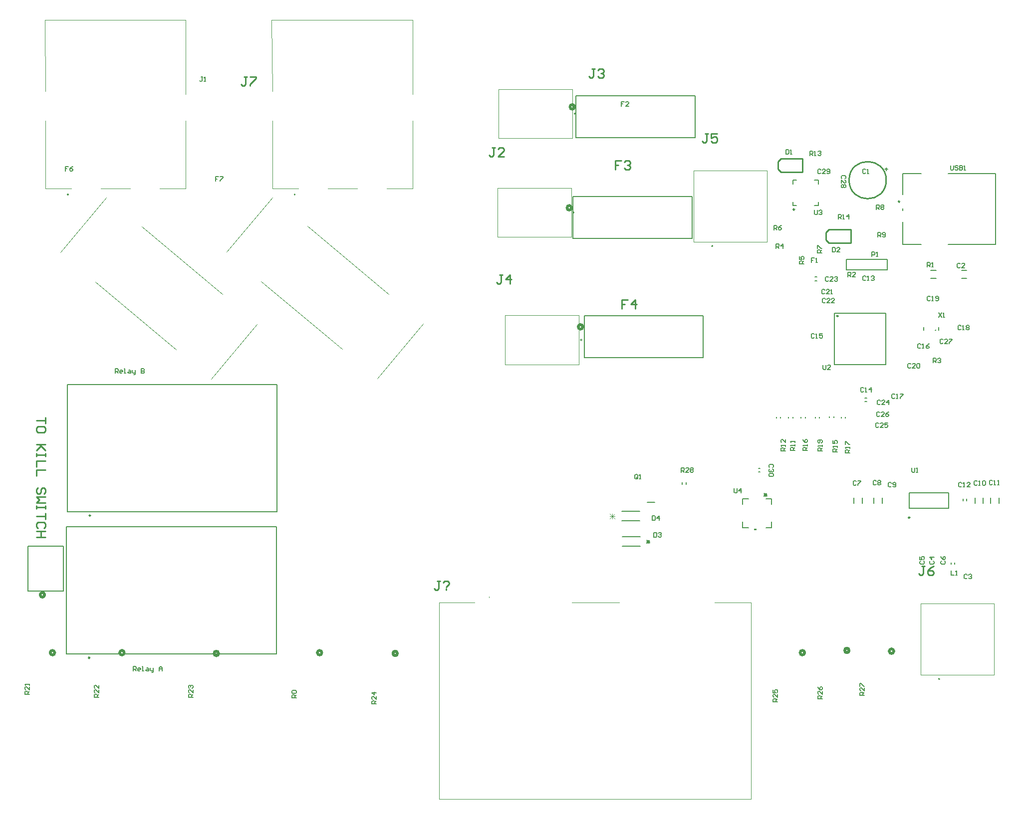
<source format=gto>
G04*
G04 #@! TF.GenerationSoftware,Altium Limited,Altium Designer,18.1.7 (191)*
G04*
G04 Layer_Color=65535*
%FSLAX25Y25*%
%MOIN*%
G70*
G01*
G75*
%ADD10C,0.00787*%
%ADD11C,0.02000*%
%ADD12C,0.00984*%
%ADD13C,0.01000*%
%ADD14C,0.00394*%
%ADD15C,0.00600*%
%ADD16C,0.00300*%
%ADD17C,0.00500*%
G36*
X568798Y424551D02*
Y423551D01*
X567298D01*
Y424551D01*
X568798D01*
D02*
G37*
D10*
X539657Y613587D02*
G03*
X538870Y613587I-394J0D01*
G01*
D02*
G03*
X539657Y613587I394J0D01*
G01*
X390410Y378921D02*
G03*
X390410Y378528I0J-197D01*
G01*
D02*
G03*
X390410Y378921I0J197D01*
G01*
D02*
G03*
X390410Y378528I0J-197D01*
G01*
X259961Y647945D02*
G03*
X260748Y647945I394J0D01*
G01*
D02*
G03*
X259961Y647945I-394J0D01*
G01*
X690370Y324205D02*
G03*
X691157Y324205I394J0D01*
G01*
D02*
G03*
X690370Y324205I-394J0D01*
G01*
X447402Y702394D02*
G03*
X447402Y701606I0J-394D01*
G01*
D02*
G03*
X447402Y702394I0J394D01*
G01*
X446681Y636394D02*
G03*
X446681Y635606I0J-394D01*
G01*
D02*
G03*
X446681Y636394I0J394D01*
G01*
X451681Y551185D02*
G03*
X451681Y550398I0J-394D01*
G01*
D02*
G03*
X451681Y551185I0J394D01*
G01*
X109260Y647945D02*
G03*
X108473Y647945I-394J0D01*
G01*
D02*
G03*
X109260Y647945I394J0D01*
G01*
X607909Y590220D02*
X609091D01*
X607909Y592780D02*
X609091D01*
X495681Y442310D02*
X500799D01*
X521878Y454165D02*
Y455740D01*
X519122Y454165D02*
Y455740D01*
X670811Y438382D02*
X697189D01*
X670811Y448618D02*
X697189D01*
X670811Y438382D02*
Y448618D01*
X697189Y438382D02*
Y448618D01*
X570017Y462532D02*
X571198D01*
X570017Y465091D02*
X571198D01*
X641201Y512047D02*
X642382D01*
X641201Y509488D02*
X642382D01*
X701279Y400910D02*
Y402091D01*
X698721Y400910D02*
Y402091D01*
X656043Y597500D02*
Y604586D01*
X628957D02*
X656043D01*
X628957Y597500D02*
Y604586D01*
Y597500D02*
X656043D01*
X620925Y534275D02*
Y568527D01*
X655177Y534275D02*
Y568527D01*
X620925D02*
X655177D01*
X620925Y534275D02*
X655177D01*
X593197Y640559D02*
X595657D01*
X593197D02*
Y643019D01*
Y655027D02*
Y657488D01*
X595657D01*
X607665D02*
X610126D01*
Y655027D02*
Y657488D01*
X607665Y640559D02*
X610126D01*
Y643019D01*
X709280Y443409D02*
Y444591D01*
X706720Y443409D02*
Y444591D01*
X730756Y441728D02*
Y445272D01*
X725244Y441728D02*
Y445272D01*
X696945Y662043D02*
X728362D01*
Y614641D02*
Y662043D01*
X696945Y614641D02*
X728362D01*
X666512D02*
X678835D01*
X666512Y662043D02*
X678835D01*
X666512Y647988D02*
Y662043D01*
Y614641D02*
Y629641D01*
Y637200D02*
Y638539D01*
X685228Y597299D02*
X688772D01*
X685228Y591787D02*
X688772D01*
X705728Y597299D02*
X709272D01*
X705728Y591787D02*
X709272D01*
X107921Y340980D02*
X248079D01*
Y426020D01*
X107921D02*
X248079D01*
X107921Y340980D02*
Y426020D01*
X108421Y435980D02*
X248579D01*
Y521020D01*
X108421D02*
X248579D01*
X108421Y435980D02*
Y521020D01*
X680500Y557354D02*
Y559354D01*
X690500Y557354D02*
Y559354D01*
X608122Y498606D02*
Y499394D01*
X610878Y498606D02*
Y499394D01*
X625347Y498629D02*
Y499417D01*
X628102Y498629D02*
Y499417D01*
X598622Y498606D02*
Y499394D01*
X601378Y498606D02*
Y499394D01*
X617622Y498787D02*
Y499574D01*
X620378Y498787D02*
Y499574D01*
X584878Y498449D02*
Y499236D01*
X582122Y498449D02*
Y499236D01*
X593039Y498606D02*
Y499394D01*
X590283Y498606D02*
Y499394D01*
X720256Y441728D02*
Y445271D01*
X714744Y441728D02*
Y445271D01*
X652756Y441771D02*
Y445315D01*
X647244Y441771D02*
Y445315D01*
X639413Y441610D02*
Y445153D01*
X633901Y441610D02*
Y445153D01*
D11*
X93329Y380389D02*
G03*
X93329Y380389I-1500J0D01*
G01*
X452750Y559500D02*
G03*
X452750Y559500I-1500J0D01*
G01*
X445250Y639071D02*
G03*
X445250Y639071I-1500J0D01*
G01*
X447250Y706500D02*
G03*
X447250Y706500I-1500J0D01*
G01*
X660500Y342750D02*
G03*
X660500Y342750I-1500J0D01*
G01*
X278468Y341750D02*
G03*
X278468Y341750I-1500J0D01*
G01*
X630693Y343266D02*
G03*
X630693Y343266I-1500J0D01*
G01*
X600968Y341766D02*
G03*
X600968Y341766I-1500J0D01*
G01*
X328969Y341266D02*
G03*
X328969Y341266I-1500J0D01*
G01*
X209500D02*
G03*
X209500Y341266I-1500J0D01*
G01*
X146469Y341766D02*
G03*
X146469Y341766I-1500J0D01*
G01*
X100048D02*
G03*
X100048Y341766I-1500J0D01*
G01*
D12*
X671303Y432083D02*
G03*
X671303Y432083I-492J0D01*
G01*
X623369Y566717D02*
G03*
X623369Y566717I-492J0D01*
G01*
X594279Y638000D02*
G03*
X594279Y638000I-492J0D01*
G01*
X664524Y643263D02*
G03*
X664524Y643263I-492J0D01*
G01*
X123492Y338421D02*
G03*
X123492Y338421I-492J0D01*
G01*
X123992Y433421D02*
G03*
X123992Y433421I-492J0D01*
G01*
X688492Y557263D02*
G03*
X688492Y557263I-197J0D01*
G01*
D13*
X655480Y657543D02*
G03*
X655480Y657543I-12402J0D01*
G01*
X617331Y615543D02*
X631831D01*
X615331Y617543D02*
X617331Y615543D01*
X615331Y617543D02*
Y622543D01*
X617331Y624543D01*
X631831D01*
Y615543D02*
Y624543D01*
X599610Y663000D02*
Y672000D01*
X585110D02*
X599610D01*
X583110Y670000D02*
X585110Y672000D01*
X583110Y665000D02*
Y670000D01*
Y665000D02*
X585110Y663000D01*
X599610D01*
X357627Y389598D02*
X355627D01*
X356627D01*
Y384600D01*
X355627Y383600D01*
X354628D01*
X353628Y384600D01*
X359626Y388598D02*
X360626Y389598D01*
X362625D01*
X363625Y388598D01*
Y387599D01*
X361626Y385599D01*
Y384600D02*
Y383600D01*
X93998Y499000D02*
Y495001D01*
Y497001D01*
X88000D01*
X93998Y490003D02*
Y492002D01*
X92998Y493002D01*
X89000D01*
X88000Y492002D01*
Y490003D01*
X89000Y489003D01*
X92998D01*
X93998Y490003D01*
Y481006D02*
X88000D01*
X89999D01*
X93998Y477007D01*
X90999Y480006D01*
X88000Y477007D01*
X93998Y475008D02*
Y473008D01*
Y474008D01*
X88000D01*
Y475008D01*
Y473008D01*
X93998Y470009D02*
X88000D01*
Y466011D01*
X93998Y464011D02*
X88000D01*
Y460013D01*
X92998Y448017D02*
X93998Y449016D01*
Y451016D01*
X92998Y452015D01*
X91999D01*
X90999Y451016D01*
Y449016D01*
X89999Y448017D01*
X89000D01*
X88000Y449016D01*
Y451016D01*
X89000Y452015D01*
X93998Y446017D02*
X88000D01*
X89999Y444018D01*
X88000Y442018D01*
X93998D01*
Y440019D02*
Y438020D01*
Y439019D01*
X88000D01*
Y440019D01*
Y438020D01*
X93998Y435021D02*
Y431022D01*
Y433021D01*
X88000D01*
X92998Y425024D02*
X93998Y426024D01*
Y428023D01*
X92998Y429023D01*
X89000D01*
X88000Y428023D01*
Y426024D01*
X89000Y425024D01*
X93998Y423025D02*
X88000D01*
X90999D01*
Y419026D01*
X93998D01*
X88000D01*
X228499Y726498D02*
X226499D01*
X227499D01*
Y721500D01*
X226499Y720500D01*
X225500D01*
X224500Y721500D01*
X230498Y726498D02*
X234497D01*
Y725498D01*
X230498Y721500D01*
Y720500D01*
X681199Y399498D02*
X679199D01*
X680199D01*
Y394500D01*
X679199Y393500D01*
X678200D01*
X677200Y394500D01*
X687197Y399498D02*
X685197Y398498D01*
X683198Y396499D01*
Y394500D01*
X684198Y393500D01*
X686197D01*
X687197Y394500D01*
Y395499D01*
X686197Y396499D01*
X683198D01*
X536499Y688498D02*
X534499D01*
X535499D01*
Y683500D01*
X534499Y682500D01*
X533500D01*
X532500Y683500D01*
X542497Y688498D02*
X538498D01*
Y685499D01*
X540497Y686499D01*
X541497D01*
X542497Y685499D01*
Y683500D01*
X541497Y682500D01*
X539498D01*
X538498Y683500D01*
X482762Y577541D02*
X478763D01*
Y574542D01*
X480762D01*
X478763D01*
Y571543D01*
X487760D02*
Y577541D01*
X484761Y574542D01*
X488760D01*
X478499Y670498D02*
X474500D01*
Y667499D01*
X476499D01*
X474500D01*
Y664500D01*
X480498Y669498D02*
X481498Y670498D01*
X483497D01*
X484497Y669498D01*
Y668499D01*
X483497Y667499D01*
X482497D01*
X483497D01*
X484497Y666499D01*
Y665500D01*
X483497Y664500D01*
X481498D01*
X480498Y665500D01*
X399219Y594189D02*
X397220D01*
X398219D01*
Y589191D01*
X397220Y588191D01*
X396220D01*
X395220Y589191D01*
X404218Y588191D02*
Y594189D01*
X401219Y591190D01*
X405217D01*
X460999Y731998D02*
X458999D01*
X459999D01*
Y727000D01*
X458999Y726000D01*
X458000D01*
X457000Y727000D01*
X462998Y730998D02*
X463998Y731998D01*
X465997D01*
X466997Y730998D01*
Y729999D01*
X465997Y728999D01*
X464997D01*
X465997D01*
X466997Y727999D01*
Y727000D01*
X465997Y726000D01*
X463998D01*
X462998Y727000D01*
X394219Y679398D02*
X392220D01*
X393219D01*
Y674400D01*
X392220Y673400D01*
X391220D01*
X390220Y674400D01*
X400217Y673400D02*
X396218D01*
X400217Y677399D01*
Y678398D01*
X399218Y679398D01*
X397218D01*
X396218Y678398D01*
D14*
X526854Y663882D02*
X575988D01*
X526854Y616441D02*
Y663882D01*
Y616441D02*
X575988D01*
Y663882D01*
X204556Y524725D02*
X235240Y561293D01*
X103824Y609249D02*
X134508Y645817D01*
X127046Y589763D02*
X181333Y544211D01*
X158047Y626708D02*
X212333Y581156D01*
X356749Y375339D02*
X380568D01*
X356749D02*
X380568D01*
X356749Y243843D02*
Y375339D01*
Y243843D02*
Y375339D01*
Y243843D02*
X565016D01*
X356749D02*
X565016D01*
Y375339D01*
Y243843D02*
Y375339D01*
X541001D02*
X565016D01*
X541001D02*
X565016D01*
X445528D02*
X477024D01*
X445528D02*
X477024D01*
X315457Y524996D02*
X346141Y561564D01*
X214725Y609520D02*
X245409Y646088D01*
X237948Y590034D02*
X292234Y544482D01*
X268949Y626979D02*
X323235Y581427D01*
X245000Y764716D02*
X245354Y716843D01*
X245000Y764716D02*
X339134D01*
Y714874D02*
Y764716D01*
X245354Y651882D02*
Y697157D01*
Y651882D02*
X262717D01*
X282402D02*
X302087D01*
X339134D02*
Y697157D01*
X321772Y651882D02*
X339134D01*
X727488Y327059D02*
Y374500D01*
X678354Y327059D02*
X727488D01*
X678354D02*
Y374500D01*
X727488D01*
X396654Y685563D02*
Y718437D01*
X445787D01*
Y685563D02*
Y718437D01*
X396654Y685563D02*
X445787D01*
X395933Y619563D02*
Y652437D01*
X445067D01*
Y619563D02*
Y652437D01*
X395933Y619563D02*
X445067D01*
X400933Y534354D02*
Y567228D01*
X450067D01*
Y534354D02*
Y567228D01*
X400933Y534354D02*
X450067D01*
X170283Y651882D02*
X187646D01*
Y697157D01*
X130913Y651882D02*
X150598D01*
X93866D02*
X111228D01*
X93866D02*
Y697157D01*
X187646Y714874D02*
Y764716D01*
X93512D02*
X187646D01*
X93512D02*
X93866Y716843D01*
D15*
X82115Y412989D02*
X105715D01*
Y382889D02*
Y412989D01*
X82115Y382889D02*
X105715D01*
X82115D02*
Y412989D01*
X453750Y539000D02*
Y567000D01*
X533250D01*
Y539000D02*
Y567000D01*
X453750Y539000D02*
X533250D01*
X446250Y618571D02*
Y646571D01*
X525750D01*
Y618571D02*
Y646571D01*
X446250Y618571D02*
X525750D01*
X448250Y686000D02*
Y714000D01*
X527750D01*
Y686000D02*
Y714000D01*
X448250Y686000D02*
X527750D01*
X478681Y436158D02*
X490902D01*
X478681Y429843D02*
X490902D01*
X479098Y419158D02*
X491319D01*
X479098Y412843D02*
X491319D01*
X578997Y440819D02*
Y444669D01*
X559659Y440819D02*
Y444669D01*
Y425331D02*
X563509D01*
X578997D02*
Y429181D01*
X575147Y444669D02*
X578997D01*
X559659D02*
X563509D01*
X559659Y425331D02*
Y429181D01*
X575147Y425331D02*
X578997D01*
D16*
X471000Y434665D02*
X474332Y431333D01*
X471000D02*
X474332Y434665D01*
X471000Y432999D02*
X474332D01*
X472666Y431333D02*
Y434665D01*
D17*
X497500Y415001D02*
X495501Y417000D01*
X497500D02*
X495501Y415001D01*
X497500Y416001D02*
X495501D01*
X496500Y417000D02*
Y415001D01*
X575945Y448199D02*
X573946Y446200D01*
Y448199D02*
X575945Y446200D01*
X574946Y448199D02*
Y446200D01*
X573946Y447199D02*
X575945D01*
X654500Y664999D02*
X656499D01*
X655500Y665999D02*
Y664000D01*
X499265Y433236D02*
Y430236D01*
X500765D01*
X501264Y430736D01*
Y432736D01*
X500765Y433236D01*
X499265D01*
X503764Y430236D02*
Y433236D01*
X502264Y431736D01*
X504263D01*
X198999Y726499D02*
X198000D01*
X198500D01*
Y724000D01*
X198000Y723500D01*
X197500D01*
X197000Y724000D01*
X199999Y723500D02*
X200999D01*
X200499D01*
Y726499D01*
X199999Y725999D01*
X209600Y659899D02*
X207601D01*
Y658399D01*
X208600D01*
X207601D01*
Y656900D01*
X210600Y659899D02*
X212599D01*
Y659399D01*
X210600Y657400D01*
Y656900D01*
X109109Y666689D02*
X107110D01*
Y665190D01*
X108110D01*
X107110D01*
Y663690D01*
X112108Y666689D02*
X111109Y666189D01*
X110109Y665190D01*
Y664190D01*
X110609Y663690D01*
X111608D01*
X112108Y664190D01*
Y664690D01*
X111608Y665190D01*
X110109D01*
X480499Y710027D02*
X478500D01*
Y708528D01*
X479500D01*
X478500D01*
Y707028D01*
X483498D02*
X481499D01*
X483498Y709028D01*
Y709527D01*
X482999Y710027D01*
X481999D01*
X481499Y709527D01*
X489599Y458414D02*
Y460414D01*
X489100Y460913D01*
X488100D01*
X487600Y460414D01*
Y458414D01*
X488100Y457914D01*
X489100D01*
X488600Y458914D02*
X489599Y457914D01*
X489100D02*
X489599Y458414D01*
X490599Y457914D02*
X491599D01*
X491099D01*
Y460913D01*
X490599Y460414D01*
X554000Y451499D02*
Y449000D01*
X554500Y448500D01*
X555500D01*
X555999Y449000D01*
Y451499D01*
X558499Y448500D02*
Y451499D01*
X556999Y450000D01*
X558998D01*
X613186Y533999D02*
Y531500D01*
X613686Y531000D01*
X614685D01*
X615185Y531500D01*
Y533999D01*
X618184Y531000D02*
X616185D01*
X618184Y532999D01*
Y533499D01*
X617684Y533999D01*
X616685D01*
X616185Y533499D01*
X607605Y637499D02*
Y635000D01*
X608105Y634500D01*
X609105D01*
X609605Y635000D01*
Y637499D01*
X610604Y636999D02*
X611104Y637499D01*
X612104D01*
X612604Y636999D01*
Y636499D01*
X612104Y635999D01*
X611604D01*
X612104D01*
X612604Y635500D01*
Y635000D01*
X612104Y634500D01*
X611104D01*
X610604Y635000D01*
X518600Y462353D02*
Y465352D01*
X520099D01*
X520599Y464852D01*
Y463852D01*
X520099Y463352D01*
X518600D01*
X519600D02*
X520599Y462353D01*
X523598D02*
X521599D01*
X523598Y464352D01*
Y464852D01*
X523099Y465352D01*
X522099D01*
X521599Y464852D01*
X524598D02*
X525098Y465352D01*
X526098D01*
X526597Y464852D01*
Y464352D01*
X526098Y463852D01*
X526597Y463352D01*
Y462853D01*
X526098Y462353D01*
X525098D01*
X524598Y462853D01*
Y463352D01*
X525098Y463852D01*
X524598Y464352D01*
Y464852D01*
X525098Y463852D02*
X526098D01*
X261500Y311484D02*
X258501D01*
Y312983D01*
X259001Y313483D01*
X260001D01*
X260501Y312983D01*
Y311484D01*
Y312484D02*
X261500Y313483D01*
X259001Y314483D02*
X258501Y314983D01*
Y315983D01*
X259001Y316482D01*
X261000D01*
X261500Y315983D01*
Y314983D01*
X261000Y314483D01*
X259001D01*
X641000Y313323D02*
X638001D01*
Y314822D01*
X638501Y315322D01*
X639501D01*
X640000Y314822D01*
Y313323D01*
Y314322D02*
X641000Y315322D01*
Y318321D02*
Y316322D01*
X639001Y318321D01*
X638501D01*
X638001Y317821D01*
Y316822D01*
X638501Y316322D01*
X638001Y319321D02*
Y321320D01*
X638501D01*
X640500Y319321D01*
X641000D01*
X612693Y311000D02*
X609694D01*
Y312499D01*
X610194Y312999D01*
X611194D01*
X611693Y312499D01*
Y311000D01*
Y311999D02*
X612693Y312999D01*
Y315998D02*
Y313999D01*
X610694Y315998D01*
X610194D01*
X609694Y315498D01*
Y314498D01*
X610194Y313999D01*
X609694Y318997D02*
X610194Y317997D01*
X611194Y316998D01*
X612193D01*
X612693Y317497D01*
Y318497D01*
X612193Y318997D01*
X611693D01*
X611194Y318497D01*
Y316998D01*
X583000Y309000D02*
X580001D01*
Y310500D01*
X580501Y311000D01*
X581500D01*
X582000Y310500D01*
Y309000D01*
Y310000D02*
X583000Y311000D01*
Y313999D02*
Y311999D01*
X581001Y313999D01*
X580501D01*
X580001Y313499D01*
Y312499D01*
X580501Y311999D01*
X580001Y316998D02*
Y314999D01*
X581500D01*
X581001Y315998D01*
Y316498D01*
X581500Y316998D01*
X582500D01*
X583000Y316498D01*
Y315498D01*
X582500Y314999D01*
X314969Y307500D02*
X311970D01*
Y308999D01*
X312469Y309499D01*
X313469D01*
X313969Y308999D01*
Y307500D01*
Y308499D02*
X314969Y309499D01*
Y312498D02*
Y310499D01*
X312969Y312498D01*
X312469D01*
X311970Y311998D01*
Y310999D01*
X312469Y310499D01*
X314969Y314997D02*
X311970D01*
X313469Y313498D01*
Y315497D01*
X192500Y312000D02*
X189501D01*
Y313499D01*
X190001Y313999D01*
X191000D01*
X191500Y313499D01*
Y312000D01*
Y312999D02*
X192500Y313999D01*
Y316998D02*
Y314999D01*
X190501Y316998D01*
X190001D01*
X189501Y316498D01*
Y315498D01*
X190001Y314999D01*
Y317998D02*
X189501Y318497D01*
Y319497D01*
X190001Y319997D01*
X190501D01*
X191000Y319497D01*
Y318997D01*
Y319497D01*
X191500Y319997D01*
X192000D01*
X192500Y319497D01*
Y318497D01*
X192000Y317998D01*
X129469Y312000D02*
X126470D01*
Y313499D01*
X126969Y313999D01*
X127969D01*
X128469Y313499D01*
Y312000D01*
Y313000D02*
X129469Y313999D01*
Y316998D02*
Y314999D01*
X127469Y316998D01*
X126969D01*
X126470Y316498D01*
Y315499D01*
X126969Y314999D01*
X129469Y319997D02*
Y317998D01*
X127469Y319997D01*
X126969D01*
X126470Y319498D01*
Y318498D01*
X126969Y317998D01*
X83048Y314000D02*
X80049D01*
Y315500D01*
X80548Y316000D01*
X81548D01*
X82048Y315500D01*
Y314000D01*
Y315000D02*
X83048Y316000D01*
Y318999D02*
Y316999D01*
X81048Y318999D01*
X80548D01*
X80049Y318499D01*
Y317499D01*
X80548Y316999D01*
X83048Y319998D02*
Y320998D01*
Y320498D01*
X80049D01*
X80548Y319998D01*
X690500Y568999D02*
X692499Y566000D01*
Y568999D02*
X690500Y566000D01*
X693499D02*
X694499D01*
X693999D01*
Y568999D01*
X693499Y568499D01*
X698500Y667298D02*
Y664799D01*
X699000Y664299D01*
X700000D01*
X700499Y664799D01*
Y667298D01*
X703498Y666798D02*
X702998Y667298D01*
X701999D01*
X701499Y666798D01*
Y666298D01*
X701999Y665798D01*
X702998D01*
X703498Y665299D01*
Y664799D01*
X702998Y664299D01*
X701999D01*
X701499Y664799D01*
X704498Y667298D02*
Y664299D01*
X705998D01*
X706497Y664799D01*
Y665299D01*
X705998Y665798D01*
X704498D01*
X705998D01*
X706497Y666298D01*
Y666798D01*
X705998Y667298D01*
X704498D01*
X707497Y664299D02*
X708497D01*
X707997D01*
Y667298D01*
X707497Y666798D01*
X672583Y465424D02*
Y462925D01*
X673082Y462425D01*
X674082D01*
X674582Y462925D01*
Y465424D01*
X675582Y462425D02*
X676581D01*
X676082D01*
Y465424D01*
X675582Y464925D01*
X612776Y476500D02*
X609777D01*
Y477999D01*
X610276Y478499D01*
X611276D01*
X611776Y477999D01*
Y476500D01*
Y477500D02*
X612776Y478499D01*
Y479499D02*
Y480499D01*
Y479999D01*
X609777D01*
X610276Y479499D01*
X612276Y481998D02*
X612776Y482498D01*
Y483498D01*
X612276Y483998D01*
X610276D01*
X609777Y483498D01*
Y482498D01*
X610276Y481998D01*
X610776D01*
X611276Y482498D01*
Y483998D01*
X631161Y475366D02*
X628162D01*
Y476865D01*
X628662Y477365D01*
X629662D01*
X630162Y476865D01*
Y475366D01*
Y476365D02*
X631161Y477365D01*
Y478365D02*
Y479364D01*
Y478864D01*
X628162D01*
X628662Y478365D01*
X628162Y480864D02*
Y482863D01*
X628662D01*
X630662Y480864D01*
X631161D01*
X602776Y476843D02*
X599777D01*
Y478342D01*
X600277Y478842D01*
X601276D01*
X601776Y478342D01*
Y476843D01*
Y477842D02*
X602776Y478842D01*
Y479842D02*
Y480841D01*
Y480342D01*
X599777D01*
X600277Y479842D01*
X599777Y484340D02*
X600277Y483341D01*
X601276Y482341D01*
X602276D01*
X602776Y482841D01*
Y483840D01*
X602276Y484340D01*
X601776D01*
X601276Y483840D01*
Y482341D01*
X622776Y476023D02*
X619776D01*
Y477523D01*
X620276Y478022D01*
X621276D01*
X621776Y477523D01*
Y476023D01*
Y477023D02*
X622776Y478022D01*
Y479022D02*
Y480022D01*
Y479522D01*
X619776D01*
X620276Y479022D01*
X619776Y483521D02*
Y481521D01*
X621276D01*
X620776Y482521D01*
Y483021D01*
X621276Y483521D01*
X622276D01*
X622776Y483021D01*
Y482021D01*
X622276Y481521D01*
X623500Y631697D02*
Y634696D01*
X625000D01*
X625499Y634196D01*
Y633196D01*
X625000Y632696D01*
X623500D01*
X624500D02*
X625499Y631697D01*
X626499D02*
X627499D01*
X626999D01*
Y634696D01*
X626499Y634196D01*
X630498Y631697D02*
Y634696D01*
X628998Y633196D01*
X630998D01*
X604500Y674000D02*
Y676999D01*
X606000D01*
X606499Y676499D01*
Y675499D01*
X606000Y675000D01*
X604500D01*
X605500D02*
X606499Y674000D01*
X607499D02*
X608499D01*
X607999D01*
Y676999D01*
X607499Y676499D01*
X609998D02*
X610498Y676999D01*
X611498D01*
X611998Y676499D01*
Y675999D01*
X611498Y675499D01*
X610998D01*
X611498D01*
X611998Y675000D01*
Y674500D01*
X611498Y674000D01*
X610498D01*
X609998Y674500D01*
X588077Y476685D02*
X585078D01*
Y478185D01*
X585578Y478684D01*
X586578D01*
X587078Y478185D01*
Y476685D01*
Y477685D02*
X588077Y478684D01*
Y479684D02*
Y480684D01*
Y480184D01*
X585078D01*
X585578Y479684D01*
X588077Y484183D02*
Y482183D01*
X586078Y484183D01*
X585578D01*
X585078Y483683D01*
Y482683D01*
X585578Y482183D01*
X594437Y476842D02*
X591438D01*
Y478342D01*
X591938Y478842D01*
X592937D01*
X593437Y478342D01*
Y476842D01*
Y477842D02*
X594437Y478842D01*
Y479842D02*
Y480841D01*
Y480341D01*
X591438D01*
X591938Y479842D01*
X594437Y482341D02*
Y483340D01*
Y482841D01*
X591438D01*
X591938Y482341D01*
X650000Y619500D02*
Y622499D01*
X651500D01*
X651999Y621999D01*
Y620999D01*
X651500Y620500D01*
X650000D01*
X651000D02*
X651999Y619500D01*
X652999Y620000D02*
X653499Y619500D01*
X654498D01*
X654998Y620000D01*
Y621999D01*
X654498Y622499D01*
X653499D01*
X652999Y621999D01*
Y621499D01*
X653499Y620999D01*
X654998D01*
X648878Y638000D02*
Y640999D01*
X650378D01*
X650877Y640499D01*
Y639500D01*
X650378Y639000D01*
X648878D01*
X649878D02*
X650877Y638000D01*
X651877Y640499D02*
X652377Y640999D01*
X653377D01*
X653876Y640499D01*
Y639999D01*
X653377Y639500D01*
X653876Y639000D01*
Y638500D01*
X653377Y638000D01*
X652377D01*
X651877Y638500D01*
Y639000D01*
X652377Y639500D01*
X651877Y639999D01*
Y640499D01*
X652377Y639500D02*
X653377D01*
X612500Y609071D02*
X609501D01*
Y610570D01*
X610001Y611070D01*
X611000D01*
X611500Y610570D01*
Y609071D01*
Y610071D02*
X612500Y611070D01*
X609501Y612070D02*
Y614069D01*
X610001D01*
X612000Y612070D01*
X612500D01*
X580500Y624413D02*
Y627412D01*
X581999D01*
X582499Y626913D01*
Y625913D01*
X581999Y625413D01*
X580500D01*
X581500D02*
X582499Y624413D01*
X585498Y627412D02*
X584499Y626913D01*
X583499Y625913D01*
Y624913D01*
X583999Y624413D01*
X584999D01*
X585498Y624913D01*
Y625413D01*
X584999Y625913D01*
X583499D01*
X600640Y601575D02*
X597641D01*
Y603074D01*
X598141Y603574D01*
X599140D01*
X599640Y603074D01*
Y601575D01*
Y602574D02*
X600640Y603574D01*
X597641Y606573D02*
Y604574D01*
X599140D01*
X598641Y605574D01*
Y606073D01*
X599140Y606573D01*
X600140D01*
X600640Y606073D01*
Y605074D01*
X600140Y604574D01*
X581900Y612000D02*
Y614999D01*
X583399D01*
X583899Y614499D01*
Y613499D01*
X583399Y612999D01*
X581900D01*
X582900D02*
X583899Y612000D01*
X586399D02*
Y614999D01*
X584899Y613499D01*
X586898D01*
X687000Y535500D02*
Y538499D01*
X688499D01*
X688999Y537999D01*
Y537000D01*
X688499Y536500D01*
X687000D01*
X688000D02*
X688999Y535500D01*
X689999Y537999D02*
X690499Y538499D01*
X691499D01*
X691998Y537999D01*
Y537499D01*
X691499Y537000D01*
X690999D01*
X691499D01*
X691998Y536500D01*
Y536000D01*
X691499Y535500D01*
X690499D01*
X689999Y536000D01*
X630000Y593000D02*
Y595999D01*
X631499D01*
X631999Y595499D01*
Y594499D01*
X631499Y594000D01*
X630000D01*
X631000D02*
X631999Y593000D01*
X634998D02*
X632999D01*
X634998Y594999D01*
Y595499D01*
X634499Y595999D01*
X633499D01*
X632999Y595499D01*
X683000Y599543D02*
Y602542D01*
X684500D01*
X684999Y602042D01*
Y601043D01*
X684500Y600543D01*
X683000D01*
X684000D02*
X684999Y599543D01*
X685999D02*
X686999D01*
X686499D01*
Y602542D01*
X685999Y602042D01*
X698885Y396499D02*
Y393500D01*
X700885D01*
X701885D02*
X702884D01*
X702384D01*
Y396499D01*
X701885Y395999D01*
X607499Y605499D02*
X605500D01*
Y604000D01*
X606500D01*
X605500D01*
Y602500D01*
X608499D02*
X609499D01*
X608999D01*
Y605499D01*
X608499Y604999D01*
X619500Y612499D02*
Y609500D01*
X620999D01*
X621499Y610000D01*
Y611999D01*
X620999Y612499D01*
X619500D01*
X624498Y609500D02*
X622499D01*
X624498Y611499D01*
Y611999D01*
X623998Y612499D01*
X622999D01*
X622499Y611999D01*
X588500Y677999D02*
Y675000D01*
X589999D01*
X590499Y675500D01*
Y677499D01*
X589999Y677999D01*
X588500D01*
X591499Y675000D02*
X592499D01*
X591999D01*
Y677999D01*
X591499Y677499D01*
X579564Y465536D02*
X580063Y466036D01*
Y467036D01*
X579564Y467535D01*
X577564D01*
X577064Y467036D01*
Y466036D01*
X577564Y465536D01*
X579564Y464536D02*
X580063Y464037D01*
Y463037D01*
X579564Y462537D01*
X579064D01*
X578564Y463037D01*
Y463537D01*
Y463037D01*
X578064Y462537D01*
X577564D01*
X577064Y463037D01*
Y464037D01*
X577564Y464536D01*
X579564Y461537D02*
X580063Y461037D01*
Y460038D01*
X579564Y459538D01*
X577564D01*
X577064Y460038D01*
Y461037D01*
X577564Y461537D01*
X579564D01*
X611787Y664346D02*
X611287Y664845D01*
X610288D01*
X609788Y664346D01*
Y662346D01*
X610288Y661846D01*
X611287D01*
X611787Y662346D01*
X614786Y661846D02*
X612787D01*
X614786Y663846D01*
Y664346D01*
X614286Y664845D01*
X613287D01*
X612787Y664346D01*
X615786Y662346D02*
X616286Y661846D01*
X617285D01*
X617785Y662346D01*
Y664346D01*
X617285Y664845D01*
X616286D01*
X615786Y664346D01*
Y663846D01*
X616286Y663346D01*
X617785D01*
X627999Y658501D02*
X628499Y659000D01*
Y660000D01*
X627999Y660500D01*
X626000D01*
X625500Y660000D01*
Y659000D01*
X626000Y658501D01*
X625500Y655502D02*
Y657501D01*
X627499Y655502D01*
X627999D01*
X628499Y656002D01*
Y657001D01*
X627999Y657501D01*
Y654502D02*
X628499Y654002D01*
Y653002D01*
X627999Y652503D01*
X627499D01*
X627000Y653002D01*
X626500Y652503D01*
X626000D01*
X625500Y653002D01*
Y654002D01*
X626000Y654502D01*
X626500D01*
X627000Y654002D01*
X627499Y654502D01*
X627999D01*
X627000Y654002D02*
Y653002D01*
X693499Y550869D02*
X693000Y551369D01*
X692000D01*
X691500Y550869D01*
Y548869D01*
X692000Y548370D01*
X693000D01*
X693499Y548869D01*
X696498Y548370D02*
X694499D01*
X696498Y550369D01*
Y550869D01*
X695998Y551369D01*
X694999D01*
X694499Y550869D01*
X697498Y551369D02*
X699497D01*
Y550869D01*
X697498Y548869D01*
Y548370D01*
X651122Y502251D02*
X650622Y502751D01*
X649622D01*
X649122Y502251D01*
Y500252D01*
X649622Y499752D01*
X650622D01*
X651122Y500252D01*
X654121Y499752D02*
X652121D01*
X654121Y501751D01*
Y502251D01*
X653621Y502751D01*
X652621D01*
X652121Y502251D01*
X657120Y502751D02*
X656120Y502251D01*
X655120Y501252D01*
Y500252D01*
X655620Y499752D01*
X656620D01*
X657120Y500252D01*
Y500752D01*
X656620Y501252D01*
X655120D01*
X650433Y494794D02*
X649933Y495294D01*
X648933D01*
X648433Y494794D01*
Y492795D01*
X648933Y492295D01*
X649933D01*
X650433Y492795D01*
X653432Y492295D02*
X651432D01*
X653432Y494294D01*
Y494794D01*
X652932Y495294D01*
X651932D01*
X651432Y494794D01*
X656431Y495294D02*
X654431D01*
Y493794D01*
X655431Y494294D01*
X655931D01*
X656431Y493794D01*
Y492795D01*
X655931Y492295D01*
X654931D01*
X654431Y492795D01*
X651603Y509952D02*
X651103Y510452D01*
X650103D01*
X649603Y509952D01*
Y507953D01*
X650103Y507453D01*
X651103D01*
X651603Y507953D01*
X654602Y507453D02*
X652602D01*
X654602Y509452D01*
Y509952D01*
X654102Y510452D01*
X653102D01*
X652602Y509952D01*
X657101Y507453D02*
Y510452D01*
X655601Y508953D01*
X657601D01*
X616999Y592546D02*
X616500Y593046D01*
X615500D01*
X615000Y592546D01*
Y590547D01*
X615500Y590047D01*
X616500D01*
X616999Y590547D01*
X619998Y590047D02*
X617999D01*
X619998Y592047D01*
Y592546D01*
X619498Y593046D01*
X618499D01*
X617999Y592546D01*
X620998D02*
X621498Y593046D01*
X622498D01*
X622997Y592546D01*
Y592047D01*
X622498Y591547D01*
X621998D01*
X622498D01*
X622997Y591047D01*
Y590547D01*
X622498Y590047D01*
X621498D01*
X620998Y590547D01*
X614874Y577999D02*
X614374Y578499D01*
X613374D01*
X612875Y577999D01*
Y576000D01*
X613374Y575500D01*
X614374D01*
X614874Y576000D01*
X617873Y575500D02*
X615874D01*
X617873Y577499D01*
Y577999D01*
X617373Y578499D01*
X616373D01*
X615874Y577999D01*
X620872Y575500D02*
X618873D01*
X620872Y577499D01*
Y577999D01*
X620372Y578499D01*
X619373D01*
X618873Y577999D01*
X614499Y583964D02*
X614000Y584464D01*
X613000D01*
X612500Y583964D01*
Y581964D01*
X613000Y581465D01*
X614000D01*
X614499Y581964D01*
X617498Y581465D02*
X615499D01*
X617498Y583464D01*
Y583964D01*
X616998Y584464D01*
X615999D01*
X615499Y583964D01*
X618498Y581465D02*
X619498D01*
X618998D01*
Y584464D01*
X618498Y583964D01*
X671939Y534499D02*
X671439Y534999D01*
X670439D01*
X669939Y534499D01*
Y532500D01*
X670439Y532000D01*
X671439D01*
X671939Y532500D01*
X674937Y532000D02*
X672938D01*
X674937Y533999D01*
Y534499D01*
X674438Y534999D01*
X673438D01*
X672938Y534499D01*
X675937D02*
X676437Y534999D01*
X677437D01*
X677937Y534499D01*
Y532500D01*
X677437Y532000D01*
X676437D01*
X675937Y532500D01*
Y534499D01*
X684999Y579499D02*
X684500Y579999D01*
X683500D01*
X683000Y579499D01*
Y577500D01*
X683500Y577000D01*
X684500D01*
X684999Y577500D01*
X685999Y577000D02*
X686999D01*
X686499D01*
Y579999D01*
X685999Y579499D01*
X688498Y577500D02*
X688998Y577000D01*
X689998D01*
X690498Y577500D01*
Y579499D01*
X689998Y579999D01*
X688998D01*
X688498Y579499D01*
Y578999D01*
X688998Y578500D01*
X690498D01*
X705499Y559999D02*
X704999Y560499D01*
X704000D01*
X703500Y559999D01*
Y558000D01*
X704000Y557500D01*
X704999D01*
X705499Y558000D01*
X706499Y557500D02*
X707499D01*
X706999D01*
Y560499D01*
X706499Y559999D01*
X708998D02*
X709498Y560499D01*
X710498D01*
X710998Y559999D01*
Y559499D01*
X710498Y558999D01*
X710998Y558500D01*
Y558000D01*
X710498Y557500D01*
X709498D01*
X708998Y558000D01*
Y558500D01*
X709498Y558999D01*
X708998Y559499D01*
Y559999D01*
X709498Y558999D02*
X710498D01*
X661338Y514267D02*
X660838Y514767D01*
X659838D01*
X659339Y514267D01*
Y512268D01*
X659838Y511768D01*
X660838D01*
X661338Y512268D01*
X662338Y511768D02*
X663337D01*
X662837D01*
Y514767D01*
X662338Y514267D01*
X664837Y514767D02*
X666836D01*
Y514267D01*
X664837Y512268D01*
Y511768D01*
X678527Y547645D02*
X678027Y548144D01*
X677027D01*
X676528Y547645D01*
Y545645D01*
X677027Y545145D01*
X678027D01*
X678527Y545645D01*
X679527Y545145D02*
X680526D01*
X680026D01*
Y548144D01*
X679527Y547645D01*
X684025Y548144D02*
X683026Y547645D01*
X682026Y546645D01*
Y545645D01*
X682526Y545145D01*
X683525D01*
X684025Y545645D01*
Y546145D01*
X683525Y546645D01*
X682026D01*
X607502Y554499D02*
X607002Y554999D01*
X606003D01*
X605503Y554499D01*
Y552500D01*
X606003Y552000D01*
X607002D01*
X607502Y552500D01*
X608502Y552000D02*
X609502D01*
X609002D01*
Y554999D01*
X608502Y554499D01*
X613001Y554999D02*
X611001D01*
Y553500D01*
X612001Y553999D01*
X612501D01*
X613001Y553500D01*
Y552500D01*
X612501Y552000D01*
X611501D01*
X611001Y552500D01*
X640499Y518499D02*
X639999Y518999D01*
X639000D01*
X638500Y518499D01*
Y516500D01*
X639000Y516000D01*
X639999D01*
X640499Y516500D01*
X641499Y516000D02*
X642499D01*
X641999D01*
Y518999D01*
X641499Y518499D01*
X645498Y516000D02*
Y518999D01*
X643998Y517499D01*
X645998D01*
X641999Y592999D02*
X641500Y593499D01*
X640500D01*
X640000Y592999D01*
Y591000D01*
X640500Y590500D01*
X641500D01*
X641999Y591000D01*
X642999Y590500D02*
X643999D01*
X643499D01*
Y593499D01*
X642999Y592999D01*
X645498D02*
X645998Y593499D01*
X646998D01*
X647498Y592999D01*
Y592499D01*
X646998Y591999D01*
X646498D01*
X646998D01*
X647498Y591500D01*
Y591000D01*
X646998Y590500D01*
X645998D01*
X645498Y591000D01*
X705869Y454999D02*
X705369Y455499D01*
X704369D01*
X703870Y454999D01*
Y453000D01*
X704369Y452500D01*
X705369D01*
X705869Y453000D01*
X706869Y452500D02*
X707868D01*
X707369D01*
Y455499D01*
X706869Y454999D01*
X711367Y452500D02*
X709368D01*
X711367Y454499D01*
Y454999D01*
X710867Y455499D01*
X709868D01*
X709368Y454999D01*
X726499Y456499D02*
X725999Y456999D01*
X725000D01*
X724500Y456499D01*
Y454500D01*
X725000Y454000D01*
X725999D01*
X726499Y454500D01*
X727499Y454000D02*
X728499D01*
X727999D01*
Y456999D01*
X727499Y456499D01*
X729998Y454000D02*
X730998D01*
X730498D01*
Y456999D01*
X729998Y456499D01*
X716299Y456256D02*
X715800Y456756D01*
X714800D01*
X714300Y456256D01*
Y454257D01*
X714800Y453757D01*
X715800D01*
X716299Y454257D01*
X717299Y453757D02*
X718299D01*
X717799D01*
Y456756D01*
X717299Y456256D01*
X719798D02*
X720298Y456756D01*
X721298D01*
X721798Y456256D01*
Y454257D01*
X721298Y453757D01*
X720298D01*
X719798Y454257D01*
Y456256D01*
X658999Y454999D02*
X658499Y455499D01*
X657500D01*
X657000Y454999D01*
Y453000D01*
X657500Y452500D01*
X658499D01*
X658999Y453000D01*
X659999D02*
X660499Y452500D01*
X661498D01*
X661998Y453000D01*
Y454999D01*
X661498Y455499D01*
X660499D01*
X659999Y454999D01*
Y454499D01*
X660499Y454000D01*
X661998D01*
X648799Y456329D02*
X648300Y456829D01*
X647300D01*
X646800Y456329D01*
Y454330D01*
X647300Y453830D01*
X648300D01*
X648799Y454330D01*
X649799Y456329D02*
X650299Y456829D01*
X651299D01*
X651798Y456329D01*
Y455829D01*
X651299Y455330D01*
X651798Y454830D01*
Y454330D01*
X651299Y453830D01*
X650299D01*
X649799Y454330D01*
Y454830D01*
X650299Y455330D01*
X649799Y455829D01*
Y456329D01*
X650299Y455330D02*
X651299D01*
X635457Y456168D02*
X634957Y456668D01*
X633957D01*
X633457Y456168D01*
Y454169D01*
X633957Y453669D01*
X634957D01*
X635457Y454169D01*
X636456Y456668D02*
X638456D01*
Y456168D01*
X636456Y454169D01*
Y453669D01*
X692501Y403042D02*
X692001Y402542D01*
Y401543D01*
X692501Y401043D01*
X694500D01*
X695000Y401543D01*
Y402542D01*
X694500Y403042D01*
X692001Y406041D02*
X692501Y405042D01*
X693501Y404042D01*
X694500D01*
X695000Y404542D01*
Y405542D01*
X694500Y406041D01*
X694000D01*
X693501Y405542D01*
Y404042D01*
X678501Y403042D02*
X678001Y402542D01*
Y401543D01*
X678501Y401043D01*
X680500D01*
X681000Y401543D01*
Y402542D01*
X680500Y403042D01*
X678001Y406041D02*
Y404042D01*
X679500D01*
X679001Y405042D01*
Y405542D01*
X679500Y406041D01*
X680500D01*
X681000Y405542D01*
Y404542D01*
X680500Y404042D01*
X685001Y403042D02*
X684501Y402542D01*
Y401543D01*
X685001Y401043D01*
X687000D01*
X687500Y401543D01*
Y402542D01*
X687000Y403042D01*
X687500Y405542D02*
X684501D01*
X686000Y404042D01*
Y406041D01*
X709574Y393688D02*
X709074Y394188D01*
X708075D01*
X707575Y393688D01*
Y391689D01*
X708075Y391189D01*
X709074D01*
X709574Y391689D01*
X710574Y393688D02*
X711074Y394188D01*
X712073D01*
X712573Y393688D01*
Y393188D01*
X712073Y392688D01*
X711573D01*
X712073D01*
X712573Y392189D01*
Y391689D01*
X712073Y391189D01*
X711074D01*
X710574Y391689D01*
X704999Y601542D02*
X704499Y602042D01*
X703500D01*
X703000Y601542D01*
Y599543D01*
X703500Y599043D01*
X704499D01*
X704999Y599543D01*
X707998Y599043D02*
X705999D01*
X707998Y601042D01*
Y601542D01*
X707499Y602042D01*
X706499D01*
X705999Y601542D01*
X641692Y664542D02*
X641193Y665042D01*
X640193D01*
X639693Y664542D01*
Y662543D01*
X640193Y662043D01*
X641193D01*
X641692Y662543D01*
X642692Y662043D02*
X643692D01*
X643192D01*
Y665042D01*
X642692Y664542D01*
X140500Y528500D02*
Y531499D01*
X141999D01*
X142499Y530999D01*
Y529999D01*
X141999Y529499D01*
X140500D01*
X141500D02*
X142499Y528500D01*
X144999D02*
X143999D01*
X143499Y529000D01*
Y529999D01*
X143999Y530499D01*
X144999D01*
X145498Y529999D01*
Y529499D01*
X143499D01*
X146498Y528500D02*
X147498D01*
X146998D01*
Y531499D01*
X146498D01*
X149497Y530499D02*
X150497D01*
X150997Y529999D01*
Y528500D01*
X149497D01*
X148997Y529000D01*
X149497Y529499D01*
X150997D01*
X151996Y530499D02*
Y529000D01*
X152496Y528500D01*
X153996D01*
Y528000D01*
X153496Y527500D01*
X152996D01*
X153996Y528500D02*
Y530499D01*
X157994Y531499D02*
Y528500D01*
X159494D01*
X159994Y529000D01*
Y529499D01*
X159494Y529999D01*
X157994D01*
X159494D01*
X159994Y530499D01*
Y530999D01*
X159494Y531499D01*
X157994D01*
X152500Y329500D02*
Y332499D01*
X153999D01*
X154499Y331999D01*
Y330999D01*
X153999Y330500D01*
X152500D01*
X153500D02*
X154499Y329500D01*
X156999D02*
X155999D01*
X155499Y330000D01*
Y330999D01*
X155999Y331499D01*
X156999D01*
X157498Y330999D01*
Y330500D01*
X155499D01*
X158498Y329500D02*
X159498D01*
X158998D01*
Y332499D01*
X158498D01*
X161497Y331499D02*
X162497D01*
X162997Y330999D01*
Y329500D01*
X161497D01*
X160997Y330000D01*
X161497Y330500D01*
X162997D01*
X163996Y331499D02*
Y330000D01*
X164496Y329500D01*
X165996D01*
Y329000D01*
X165496Y328500D01*
X164996D01*
X165996Y329500D02*
Y331499D01*
X169994Y329500D02*
Y331499D01*
X170994Y332499D01*
X171994Y331499D01*
Y329500D01*
Y330999D01*
X169994D01*
X646000Y606500D02*
Y609499D01*
X647500D01*
X647999Y608999D01*
Y608000D01*
X647500Y607500D01*
X646000D01*
X648999Y606500D02*
X649999D01*
X649499D01*
Y609499D01*
X648999Y608999D01*
X500209Y421999D02*
Y419000D01*
X501708D01*
X502208Y419500D01*
Y421499D01*
X501708Y421999D01*
X500209D01*
X503208Y421499D02*
X503708Y421999D01*
X504707D01*
X505207Y421499D01*
Y420999D01*
X504707Y420500D01*
X504207D01*
X504707D01*
X505207Y420000D01*
Y419500D01*
X504707Y419000D01*
X503708D01*
X503208Y419500D01*
M02*

</source>
